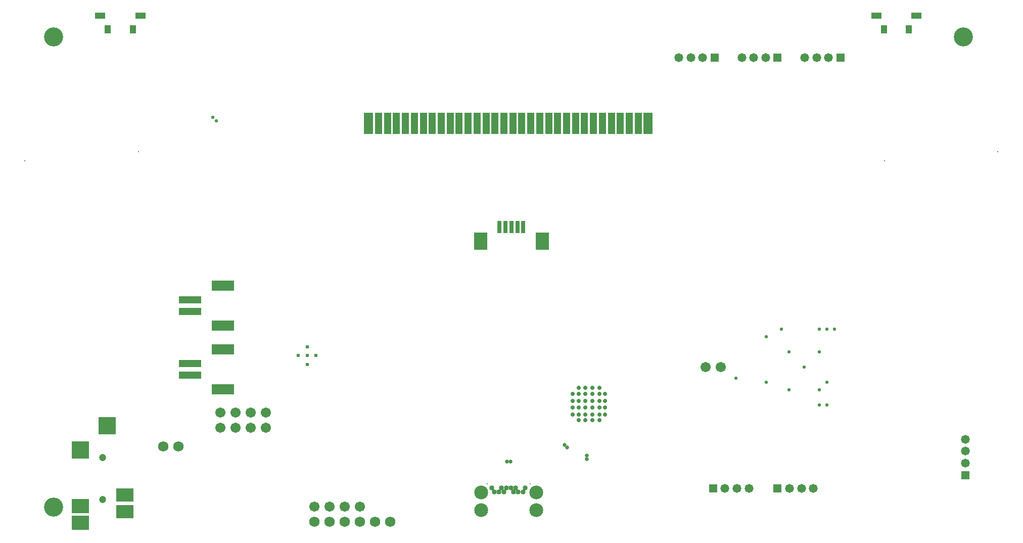
<source format=gbs>
G04*
G04 #@! TF.GenerationSoftware,Altium Limited,Altium Designer,18.1.7 (191)*
G04*
G04 Layer_Color=16711935*
%FSLAX24Y24*%
%MOIN*%
G70*
G01*
G75*
%ADD118R,0.0316X0.0828*%
%ADD119R,0.0907X0.1182*%
%ADD187C,0.1260*%
%ADD210R,0.0651X0.0395*%
%ADD211R,0.0434X0.0580*%
%ADD213C,0.0210*%
%ADD214C,0.0671*%
%ADD215C,0.0580*%
%ADD216R,0.0564X0.0564*%
%ADD217C,0.0680*%
%ADD218C,0.0237*%
%ADD219C,0.0039*%
%ADD220C,0.0030*%
%ADD221C,0.0080*%
%ADD222C,0.0474*%
%ADD223C,0.0336*%
%ADD224C,0.0907*%
%ADD225R,0.0564X0.0564*%
%ADD226C,0.0277*%
%ADD227C,0.0260*%
%ADD272R,0.1182X0.0867*%
%ADD273R,0.1182X0.1182*%
%ADD274R,0.1182X0.0946*%
%ADD275R,0.1497X0.0682*%
%ADD276R,0.1497X0.0513*%
%ADD277R,0.0485X0.1442*%
%ADD278R,0.0615X0.1442*%
D118*
X984Y20463D02*
D03*
X591Y20463D02*
D03*
X197Y20463D02*
D03*
X-197Y20463D02*
D03*
X-591Y20463D02*
D03*
D119*
X2224Y19537D02*
D03*
X-1831Y19537D02*
D03*
D187*
X-30000Y2000D02*
D03*
X30000Y33000D02*
D03*
X-30000Y33000D02*
D03*
D210*
X-26919Y34409D02*
D03*
X-24262Y34409D02*
D03*
X26919Y34409D02*
D03*
X24262Y34409D02*
D03*
D211*
X-24764Y33520D02*
D03*
X-26417Y33520D02*
D03*
X24764Y33520D02*
D03*
X26417Y33520D02*
D03*
D213*
X15000Y10500D02*
D03*
X-19500Y27714D02*
D03*
X21000Y13750D02*
D03*
X20500Y13750D02*
D03*
X21000Y8750D02*
D03*
X20500Y8750D02*
D03*
X18500Y12250D02*
D03*
X20500Y12250D02*
D03*
X20500Y9750D02*
D03*
X18500Y9750D02*
D03*
X19500Y11250D02*
D03*
X17000Y10250D02*
D03*
X17000Y13250D02*
D03*
X18000Y13750D02*
D03*
X21500Y13750D02*
D03*
X21000Y10250D02*
D03*
X-19250Y27464D02*
D03*
D214*
X14000Y11250D02*
D03*
X13000Y11250D02*
D03*
X-12800Y2050D02*
D03*
X-9800Y2050D02*
D03*
X-10800Y2050D02*
D03*
X-11800Y2050D02*
D03*
X-19000Y7250D02*
D03*
X-16000Y7250D02*
D03*
X-17000Y7250D02*
D03*
X-18000Y7250D02*
D03*
X-19000Y8250D02*
D03*
X-16000Y8250D02*
D03*
X-17000Y8250D02*
D03*
X-18000Y8250D02*
D03*
D215*
X15862Y3250D02*
D03*
X15075Y3250D02*
D03*
X14287Y3250D02*
D03*
X20112Y3250D02*
D03*
X19325Y3250D02*
D03*
X18537Y3250D02*
D03*
X30150Y4906D02*
D03*
X30150Y5694D02*
D03*
X30150Y6481D02*
D03*
X16963Y31650D02*
D03*
X16175Y31650D02*
D03*
X15388Y31650D02*
D03*
X12813Y31650D02*
D03*
X12025Y31650D02*
D03*
X11238Y31650D02*
D03*
X21113Y31650D02*
D03*
X20325Y31650D02*
D03*
X19538Y31650D02*
D03*
D216*
X13500Y3250D02*
D03*
X17750Y3250D02*
D03*
X17750Y31650D02*
D03*
X13600Y31650D02*
D03*
X21900Y31650D02*
D03*
D217*
X-22750Y6000D02*
D03*
X-21750Y6000D02*
D03*
X-12800Y1050D02*
D03*
X-11800Y1050D02*
D03*
X-10800Y1050D02*
D03*
X-9800Y1050D02*
D03*
X-8800Y1050D02*
D03*
X-7800Y1050D02*
D03*
D218*
X-13277Y11419D02*
D03*
X-12696Y12000D02*
D03*
X-13277Y12000D02*
D03*
X-13857Y12000D02*
D03*
X-13277Y12581D02*
D03*
D219*
X20275Y34252D02*
D03*
X19095Y34252D02*
D03*
D220*
X31500Y2000D02*
D03*
X31500Y33000D02*
D03*
X-31500Y2000D02*
D03*
X-31500Y33000D02*
D03*
D221*
X24809Y24846D02*
D03*
X32283Y25443D02*
D03*
X-1406Y3532D02*
D03*
X1428Y3532D02*
D03*
X-31883Y24846D02*
D03*
X-24409Y25443D02*
D03*
D222*
X-26750Y5256D02*
D03*
X-26750Y2500D02*
D03*
D223*
X-1091Y3276D02*
D03*
X-934Y3001D02*
D03*
X-619Y3001D02*
D03*
X-461Y3276D02*
D03*
X-304Y3001D02*
D03*
X-146Y3276D02*
D03*
X169Y3276D02*
D03*
X326Y3001D02*
D03*
X483Y3276D02*
D03*
X641Y3001D02*
D03*
X956Y3001D02*
D03*
X1113Y3276D02*
D03*
D224*
X-1800Y2981D02*
D03*
X-1800Y1800D02*
D03*
X1822Y2981D02*
D03*
X1822Y1800D02*
D03*
D225*
X30150Y4119D02*
D03*
D226*
X5539Y9022D02*
D03*
X5992Y9022D02*
D03*
X6376Y9022D02*
D03*
X5992Y9859D02*
D03*
X5539Y9859D02*
D03*
X5992Y9475D02*
D03*
X5539Y9475D02*
D03*
X6376Y9475D02*
D03*
X6376Y8117D02*
D03*
X5539Y8117D02*
D03*
X5992Y8117D02*
D03*
X5539Y7733D02*
D03*
X5992Y7733D02*
D03*
X6376Y8570D02*
D03*
X5992Y8570D02*
D03*
X5539Y8570D02*
D03*
X5086Y8570D02*
D03*
X4633Y8570D02*
D03*
X4250Y8570D02*
D03*
X4633Y7733D02*
D03*
X5086Y7733D02*
D03*
X4633Y8117D02*
D03*
X5086Y8117D02*
D03*
X4250Y8117D02*
D03*
X4250Y9475D02*
D03*
X5086Y9475D02*
D03*
X4633Y9475D02*
D03*
X5086Y9859D02*
D03*
X4633Y9859D02*
D03*
X4250Y9022D02*
D03*
X4633Y9022D02*
D03*
X5086Y9022D02*
D03*
D227*
X3693Y6107D02*
D03*
X3855Y5944D02*
D03*
X126Y5000D02*
D03*
X-104Y5000D02*
D03*
X5170Y5171D02*
D03*
X5170Y5401D02*
D03*
D272*
X-25293Y1713D02*
D03*
X-25293Y2815D02*
D03*
D273*
X-26455Y7382D02*
D03*
X-28226Y5768D02*
D03*
D274*
X-28226Y2067D02*
D03*
X-28226Y965D02*
D03*
D275*
X-18835Y12413D02*
D03*
X-18835Y9775D02*
D03*
X-18835Y16613D02*
D03*
X-18835Y13975D02*
D03*
D276*
X-21000Y11487D02*
D03*
X-21000Y10700D02*
D03*
X-21000Y15687D02*
D03*
X-21000Y14900D02*
D03*
D277*
X8562Y27300D02*
D03*
X7971Y27300D02*
D03*
X7381Y27300D02*
D03*
X6790Y27300D02*
D03*
X6200Y27300D02*
D03*
X5609Y27300D02*
D03*
X5019Y27300D02*
D03*
X4428Y27300D02*
D03*
X3838Y27300D02*
D03*
X3247Y27300D02*
D03*
X2657Y27300D02*
D03*
X2066Y27300D02*
D03*
X1475Y27300D02*
D03*
X885Y27300D02*
D03*
X294Y27300D02*
D03*
X-296Y27300D02*
D03*
X-887Y27300D02*
D03*
X-1477Y27300D02*
D03*
X-2068Y27300D02*
D03*
X-2659Y27300D02*
D03*
X-3249Y27300D02*
D03*
X-3840Y27300D02*
D03*
X-4430Y27300D02*
D03*
X-5021Y27300D02*
D03*
X-5611Y27300D02*
D03*
X-6202Y27300D02*
D03*
X-6792Y27300D02*
D03*
X-7383Y27300D02*
D03*
X-7973Y27300D02*
D03*
X-8564Y27300D02*
D03*
D278*
X9219Y27300D02*
D03*
X-9219Y27300D02*
D03*
M02*

</source>
